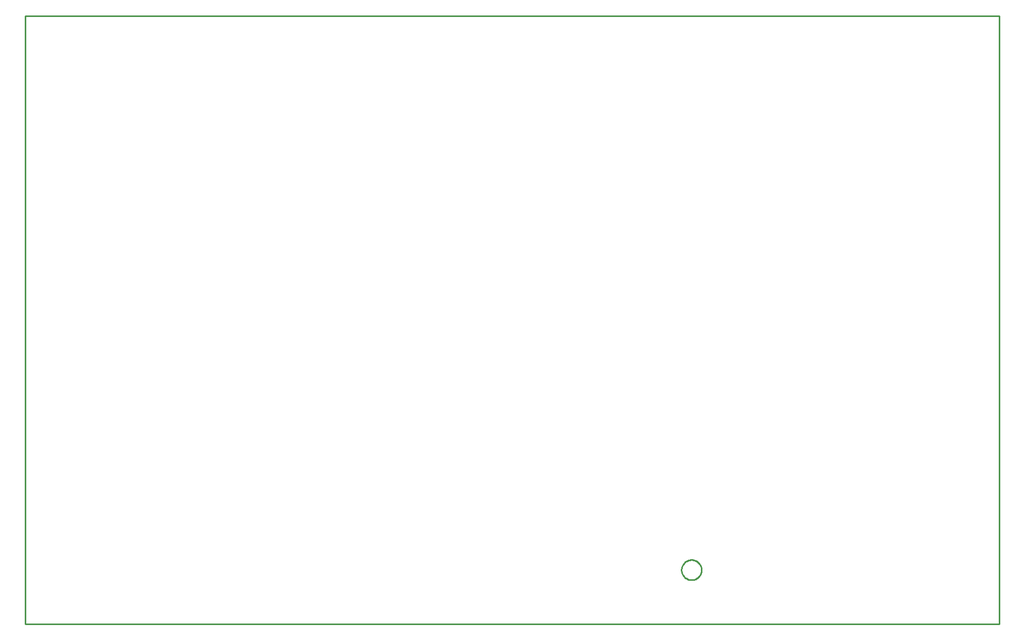
<source format=gbr>
G04 EAGLE Gerber RS-274X export*
G75*
%MOMM*%
%FSLAX34Y34*%
%LPD*%
%IN*%
%IPPOS*%
%AMOC8*
5,1,8,0,0,1.08239X$1,22.5*%
G01*
%ADD10C,0.254000*%


D10*
X0Y0D02*
X1600000Y0D01*
X1600000Y1000000D01*
X0Y1000000D01*
X0Y0D01*
X1095280Y105410D02*
X1096359Y105339D01*
X1097431Y105198D01*
X1098491Y104987D01*
X1099535Y104708D01*
X1100559Y104360D01*
X1101557Y103946D01*
X1102527Y103468D01*
X1103463Y102928D01*
X1104362Y102327D01*
X1105219Y101669D01*
X1106032Y100957D01*
X1106797Y100192D01*
X1107509Y99379D01*
X1108167Y98522D01*
X1108768Y97623D01*
X1109308Y96687D01*
X1109786Y95717D01*
X1110200Y94719D01*
X1110548Y93695D01*
X1110827Y92651D01*
X1111038Y91591D01*
X1111179Y90519D01*
X1111250Y89440D01*
X1111250Y88360D01*
X1111179Y87281D01*
X1111038Y86209D01*
X1110827Y85149D01*
X1110548Y84105D01*
X1110200Y83081D01*
X1109786Y82083D01*
X1109308Y81113D01*
X1108768Y80177D01*
X1108167Y79278D01*
X1107509Y78421D01*
X1106797Y77608D01*
X1106032Y76844D01*
X1105219Y76131D01*
X1104362Y75473D01*
X1103463Y74872D01*
X1102527Y74332D01*
X1101557Y73854D01*
X1100559Y73440D01*
X1099535Y73092D01*
X1098491Y72813D01*
X1097431Y72602D01*
X1096359Y72461D01*
X1095280Y72390D01*
X1094200Y72390D01*
X1093121Y72461D01*
X1092049Y72602D01*
X1090989Y72813D01*
X1089945Y73092D01*
X1088921Y73440D01*
X1087923Y73854D01*
X1086953Y74332D01*
X1086017Y74872D01*
X1085118Y75473D01*
X1084261Y76131D01*
X1083448Y76844D01*
X1082684Y77608D01*
X1081971Y78421D01*
X1081313Y79278D01*
X1080712Y80177D01*
X1080172Y81113D01*
X1079694Y82083D01*
X1079280Y83081D01*
X1078932Y84105D01*
X1078653Y85149D01*
X1078442Y86209D01*
X1078301Y87281D01*
X1078230Y88360D01*
X1078230Y89440D01*
X1078301Y90519D01*
X1078442Y91591D01*
X1078653Y92651D01*
X1078932Y93695D01*
X1079280Y94719D01*
X1079694Y95717D01*
X1080172Y96687D01*
X1080712Y97623D01*
X1081313Y98522D01*
X1081971Y99379D01*
X1082684Y100192D01*
X1083448Y100957D01*
X1084261Y101669D01*
X1085118Y102327D01*
X1086017Y102928D01*
X1086953Y103468D01*
X1087923Y103946D01*
X1088921Y104360D01*
X1089945Y104708D01*
X1090989Y104987D01*
X1092049Y105198D01*
X1093121Y105339D01*
X1094200Y105410D01*
X1095280Y105410D01*
M02*

</source>
